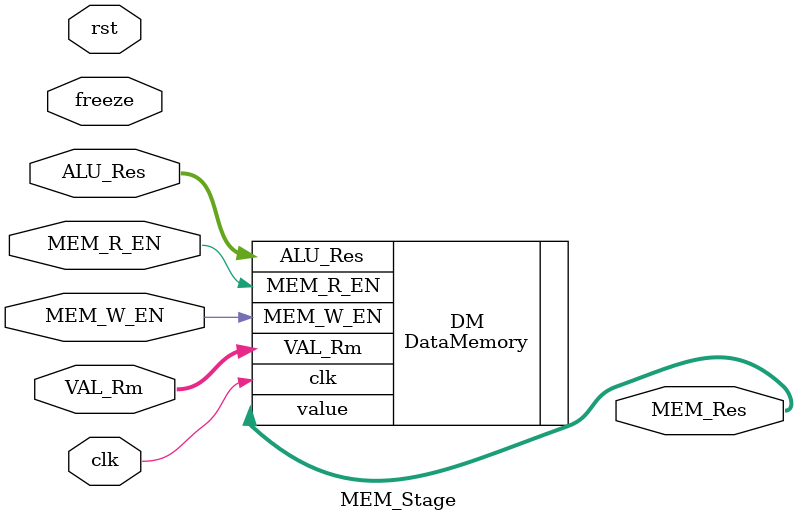
<source format=v>
module MEM_Stage(
    input clk, rst, freeze, MEM_R_EN, MEM_W_EN,
    input [31:0] ALU_Res, VAL_Rm,
    output [31:0] MEM_Res
);

DataMemory DM(
    .clk(clk), .MEM_R_EN(MEM_R_EN), .MEM_W_EN(MEM_W_EN),
    .VAL_Rm(VAL_Rm), .ALU_Res(ALU_Res),
    .value(MEM_Res)
);    

endmodule
</source>
